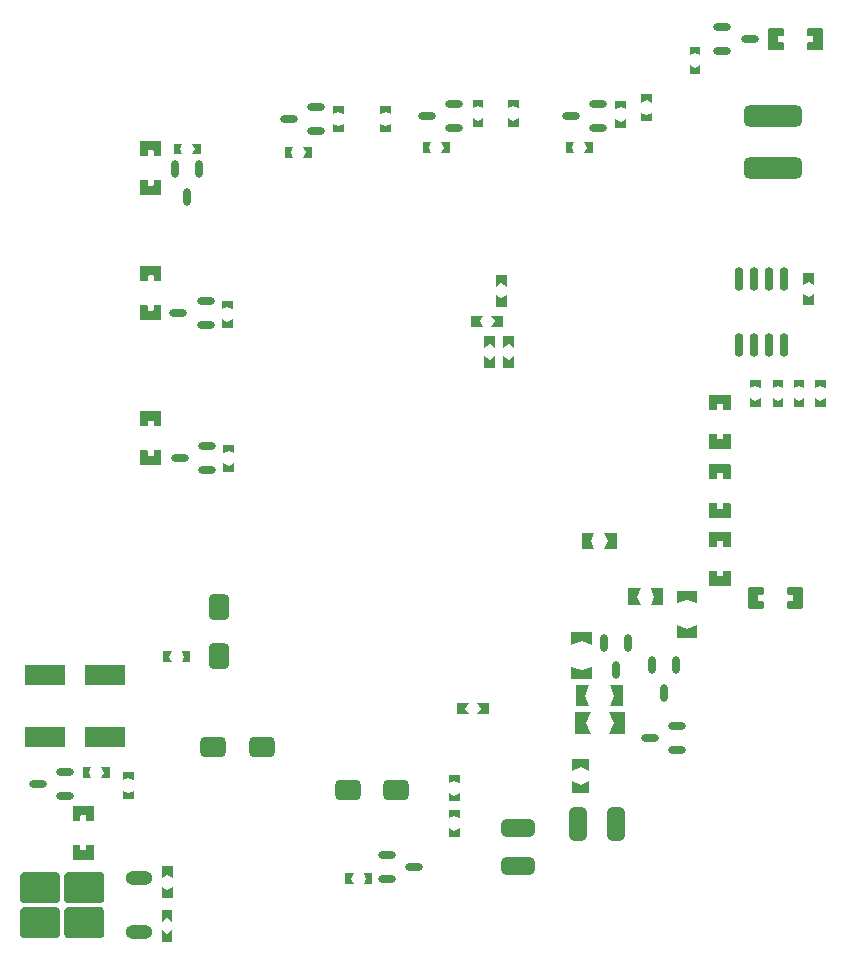
<source format=gbp>
G04*
G04 #@! TF.GenerationSoftware,Altium Limited,Altium Designer,19.1.9 (167)*
G04*
G04 Layer_Color=128*
%FSLAX24Y24*%
%MOIN*%
G70*
G01*
G75*
%ADD24O,0.0281X0.0591*%
%ADD29O,0.0591X0.0281*%
G04:AMPARAMS|DCode=30|XSize=86.6mil|YSize=68.9mil|CornerRadius=17.2mil|HoleSize=0mil|Usage=FLASHONLY|Rotation=0.000|XOffset=0mil|YOffset=0mil|HoleType=Round|Shape=RoundedRectangle|*
%AMROUNDEDRECTD30*
21,1,0.0866,0.0344,0,0,0.0*
21,1,0.0522,0.0689,0,0,0.0*
1,1,0.0344,0.0261,-0.0172*
1,1,0.0344,-0.0261,-0.0172*
1,1,0.0344,-0.0261,0.0172*
1,1,0.0344,0.0261,0.0172*
%
%ADD30ROUNDEDRECTD30*%
%ADD31O,0.0295X0.0800*%
%ADD39O,0.0906X0.0454*%
G04:AMPARAMS|DCode=147|XSize=194.9mil|YSize=70.9mil|CornerRadius=17.7mil|HoleSize=0mil|Usage=FLASHONLY|Rotation=180.000|XOffset=0mil|YOffset=0mil|HoleType=Round|Shape=RoundedRectangle|*
%AMROUNDEDRECTD147*
21,1,0.1949,0.0354,0,0,180.0*
21,1,0.1594,0.0709,0,0,180.0*
1,1,0.0354,-0.0797,0.0177*
1,1,0.0354,0.0797,0.0177*
1,1,0.0354,0.0797,-0.0177*
1,1,0.0354,-0.0797,-0.0177*
%
%ADD147ROUNDEDRECTD147*%
G04:AMPARAMS|DCode=148|XSize=86.6mil|YSize=68.9mil|CornerRadius=17.2mil|HoleSize=0mil|Usage=FLASHONLY|Rotation=90.000|XOffset=0mil|YOffset=0mil|HoleType=Round|Shape=RoundedRectangle|*
%AMROUNDEDRECTD148*
21,1,0.0866,0.0344,0,0,90.0*
21,1,0.0522,0.0689,0,0,90.0*
1,1,0.0344,0.0172,0.0261*
1,1,0.0344,0.0172,-0.0261*
1,1,0.0344,-0.0172,-0.0261*
1,1,0.0344,-0.0172,0.0261*
%
%ADD148ROUNDEDRECTD148*%
G04:AMPARAMS|DCode=152|XSize=110.2mil|YSize=59.1mil|CornerRadius=14.8mil|HoleSize=0mil|Usage=FLASHONLY|Rotation=270.000|XOffset=0mil|YOffset=0mil|HoleType=Round|Shape=RoundedRectangle|*
%AMROUNDEDRECTD152*
21,1,0.1102,0.0295,0,0,270.0*
21,1,0.0807,0.0591,0,0,270.0*
1,1,0.0295,-0.0148,-0.0404*
1,1,0.0295,-0.0148,0.0404*
1,1,0.0295,0.0148,0.0404*
1,1,0.0295,0.0148,-0.0404*
%
%ADD152ROUNDEDRECTD152*%
G04:AMPARAMS|DCode=153|XSize=110.2mil|YSize=59.1mil|CornerRadius=14.8mil|HoleSize=0mil|Usage=FLASHONLY|Rotation=180.000|XOffset=0mil|YOffset=0mil|HoleType=Round|Shape=RoundedRectangle|*
%AMROUNDEDRECTD153*
21,1,0.1102,0.0295,0,0,180.0*
21,1,0.0807,0.0591,0,0,180.0*
1,1,0.0295,-0.0404,0.0148*
1,1,0.0295,0.0404,0.0148*
1,1,0.0295,0.0404,-0.0148*
1,1,0.0295,-0.0404,-0.0148*
%
%ADD153ROUNDEDRECTD153*%
%ADD154R,0.1339X0.0709*%
G36*
X25509Y23496D02*
X25518Y23475D01*
Y23022D01*
X25509Y23001D01*
X25488Y22993D01*
X25285D01*
X25265Y23001D01*
X25256Y23022D01*
Y23160D01*
X25247Y23181D01*
X25226Y23189D01*
X25089D01*
X25068Y23181D01*
X25059Y23160D01*
Y23022D01*
X25050Y23001D01*
X25030Y22993D01*
X24827D01*
X24806Y23001D01*
X24797Y23022D01*
Y23475D01*
X24806Y23496D01*
X24827Y23504D01*
X25488D01*
X25509Y23496D01*
D02*
G37*
G36*
X44485Y22747D02*
X44494Y22726D01*
Y22273D01*
X44485Y22252D01*
X44465Y22244D01*
X43803D01*
X43782Y22252D01*
X43774Y22273D01*
Y22726D01*
X43782Y22747D01*
X43803Y22756D01*
X44006D01*
X44027Y22747D01*
X44035Y22726D01*
Y22588D01*
X44044Y22567D01*
X44065Y22559D01*
X44203D01*
X44224Y22567D01*
X44232Y22588D01*
Y22726D01*
X44241Y22747D01*
X44262Y22756D01*
X44465D01*
X44485Y22747D01*
D02*
G37*
G36*
X27933Y22096D02*
X27756Y22175D01*
X27579Y22096D01*
Y22372D01*
X27933D01*
Y22096D01*
D02*
G37*
G36*
X25509Y22196D02*
X25518Y22175D01*
Y21722D01*
X25509Y21701D01*
X25488Y21693D01*
X24827D01*
X24806Y21701D01*
X24797Y21722D01*
Y22175D01*
X24806Y22196D01*
X24827Y22204D01*
X25030D01*
X25050Y22196D01*
X25059Y22175D01*
Y22037D01*
X25068Y22016D01*
X25089Y22007D01*
X25226D01*
X25247Y22016D01*
X25256Y22037D01*
Y22175D01*
X25265Y22196D01*
X25285Y22204D01*
X25488D01*
X25509Y22196D01*
D02*
G37*
G36*
X27933Y21486D02*
X27579D01*
Y21762D01*
X27756Y21683D01*
X27933Y21762D01*
Y21486D01*
D02*
G37*
G36*
X44485Y21743D02*
X44494Y21722D01*
Y21270D01*
X44485Y21249D01*
X44465Y21240D01*
X44262D01*
X44241Y21249D01*
X44232Y21270D01*
Y21407D01*
X44224Y21428D01*
X44203Y21437D01*
X44065D01*
X44044Y21428D01*
X44035Y21407D01*
Y21270D01*
X44027Y21249D01*
X44006Y21240D01*
X43803D01*
X43782Y21249D01*
X43774Y21270D01*
Y21722D01*
X43782Y21743D01*
X43803Y21752D01*
X44465D01*
X44485Y21743D01*
D02*
G37*
G36*
Y20443D02*
X44494Y20422D01*
Y19970D01*
X44485Y19949D01*
X44465Y19940D01*
X43803D01*
X43782Y19949D01*
X43774Y19970D01*
Y20422D01*
X43782Y20443D01*
X43803Y20452D01*
X44006D01*
X44027Y20443D01*
X44035Y20422D01*
Y20285D01*
X44044Y20264D01*
X44065Y20255D01*
X44203D01*
X44224Y20264D01*
X44232Y20285D01*
Y20422D01*
X44241Y20443D01*
X44262Y20452D01*
X44465D01*
X44485Y20443D01*
D02*
G37*
G36*
Y19480D02*
X44494Y19459D01*
Y19006D01*
X44485Y18985D01*
X44465Y18977D01*
X44262D01*
X44241Y18985D01*
X44232Y19006D01*
Y19144D01*
X44224Y19165D01*
X44203Y19174D01*
X44065D01*
X44044Y19165D01*
X44035Y19144D01*
Y19006D01*
X44027Y18985D01*
X44006Y18977D01*
X43803D01*
X43782Y18985D01*
X43774Y19006D01*
Y19459D01*
X43782Y19480D01*
X43803Y19489D01*
X44465D01*
X44485Y19480D01*
D02*
G37*
G36*
X40699Y18898D02*
X40285D01*
X40413Y19173D01*
X40285Y19449D01*
X40699D01*
Y18898D01*
D02*
G37*
G36*
X39823Y19173D02*
X39951Y18898D01*
X39537D01*
Y19449D01*
X39951D01*
X39823Y19173D01*
D02*
G37*
G36*
X44485Y18180D02*
X44494Y18159D01*
Y17706D01*
X44485Y17685D01*
X44465Y17677D01*
X43803D01*
X43782Y17685D01*
X43774Y17706D01*
Y18159D01*
X43782Y18180D01*
X43803Y18189D01*
X44006D01*
X44027Y18180D01*
X44035Y18159D01*
Y18021D01*
X44044Y18000D01*
X44065Y17992D01*
X44203D01*
X44224Y18000D01*
X44232Y18021D01*
Y18159D01*
X44241Y18180D01*
X44262Y18189D01*
X44465D01*
X44485Y18180D01*
D02*
G37*
G36*
X43376Y17096D02*
X43032Y17215D01*
X42687Y17096D01*
Y17510D01*
X43376D01*
Y17096D01*
D02*
G37*
G36*
X42234Y17047D02*
X41821D01*
X41949Y17323D01*
X41821Y17598D01*
X42234D01*
Y17047D01*
D02*
G37*
G36*
X41358Y17323D02*
X41486Y17047D01*
X41073D01*
Y17598D01*
X41486D01*
X41358Y17323D01*
D02*
G37*
G36*
X46882Y17635D02*
X46890Y17614D01*
Y16953D01*
X46882Y16932D01*
X46861Y16923D01*
X46408D01*
X46387Y16932D01*
X46378Y16953D01*
Y17156D01*
X46387Y17176D01*
X46408Y17185D01*
X46546D01*
X46567Y17194D01*
X46575Y17215D01*
Y17352D01*
X46567Y17373D01*
X46546Y17382D01*
X46408D01*
X46387Y17391D01*
X46378Y17411D01*
Y17614D01*
X46387Y17635D01*
X46408Y17644D01*
X46861D01*
X46882Y17635D01*
D02*
G37*
G36*
X45582D02*
X45590Y17614D01*
Y17411D01*
X45582Y17391D01*
X45561Y17382D01*
X45423D01*
X45402Y17373D01*
X45393Y17352D01*
Y17215D01*
X45402Y17194D01*
X45423Y17185D01*
X45561D01*
X45582Y17176D01*
X45590Y17156D01*
Y16953D01*
X45582Y16932D01*
X45561Y16923D01*
X45108D01*
X45087Y16932D01*
X45078Y16953D01*
Y17614D01*
X45087Y17635D01*
X45108Y17644D01*
X45561D01*
X45582Y17635D01*
D02*
G37*
G36*
X43376Y15955D02*
X42687D01*
Y16368D01*
X43032Y16250D01*
X43376Y16368D01*
Y15955D01*
D02*
G37*
G36*
X39872Y15718D02*
X39528Y15837D01*
X39183Y15718D01*
Y16132D01*
X39872D01*
Y15718D01*
D02*
G37*
G36*
X26467Y15138D02*
X26191D01*
X26270Y15315D01*
X26191Y15492D01*
X26467D01*
Y15138D01*
D02*
G37*
G36*
X25778Y15315D02*
X25857Y15138D01*
X25581D01*
Y15492D01*
X25857D01*
X25778Y15315D01*
D02*
G37*
G36*
X39872Y14577D02*
X39183D01*
Y14990D01*
X39528Y14872D01*
X39872Y14990D01*
Y14577D01*
D02*
G37*
G36*
X40896Y13671D02*
X40482D01*
X40600Y14016D01*
X40482Y14360D01*
X40896D01*
Y13671D01*
D02*
G37*
G36*
X39636Y14016D02*
X39754Y13671D01*
X39341D01*
Y14360D01*
X39754D01*
X39636Y14016D01*
D02*
G37*
G36*
X36437Y13406D02*
X36043D01*
X36161Y13583D01*
X36043Y13760D01*
X36437D01*
Y13406D01*
D02*
G37*
G36*
X35650Y13583D02*
X35768Y13406D01*
X35374D01*
Y13760D01*
X35768D01*
X35650Y13583D01*
D02*
G37*
G36*
X40984Y12756D02*
X40433D01*
X40591Y13110D01*
X40433Y13465D01*
X40984D01*
Y12756D01*
D02*
G37*
G36*
X39685Y13110D02*
X39843Y12756D01*
X39291D01*
Y13465D01*
X39843D01*
X39685Y13110D01*
D02*
G37*
G36*
X39764Y11506D02*
X39488Y11634D01*
X39213Y11506D01*
Y11919D01*
X39764D01*
Y11506D01*
D02*
G37*
G36*
X23789Y11280D02*
X23514D01*
X23593Y11457D01*
X23514Y11634D01*
X23789D01*
Y11280D01*
D02*
G37*
G36*
X23101Y11457D02*
X23179Y11280D01*
X22904D01*
Y11634D01*
X23179D01*
X23101Y11457D01*
D02*
G37*
G36*
X24587Y11191D02*
X24409Y11269D01*
X24232Y11191D01*
Y11466D01*
X24587D01*
Y11191D01*
D02*
G37*
G36*
X35453Y11102D02*
X35276Y11181D01*
X35098Y11102D01*
Y11378D01*
X35453D01*
Y11102D01*
D02*
G37*
G36*
X39764Y10758D02*
X39213D01*
Y11171D01*
X39488Y11043D01*
X39764Y11171D01*
Y10758D01*
D02*
G37*
G36*
X24587Y10581D02*
X24232D01*
Y10856D01*
X24409Y10778D01*
X24587Y10856D01*
Y10581D01*
D02*
G37*
G36*
X35453Y10492D02*
X35098D01*
Y10768D01*
X35276Y10689D01*
X35453Y10768D01*
Y10492D01*
D02*
G37*
G36*
Y9931D02*
X35276Y10010D01*
X35098Y9931D01*
Y10206D01*
X35453D01*
Y9931D01*
D02*
G37*
G36*
X23265Y10346D02*
X23274Y10325D01*
Y9872D01*
X23265Y9852D01*
X23244Y9843D01*
X23041D01*
X23020Y9852D01*
X23012Y9872D01*
Y10010D01*
X23003Y10031D01*
X22982Y10040D01*
X22844D01*
X22824Y10031D01*
X22815Y10010D01*
Y9872D01*
X22806Y9852D01*
X22785Y9843D01*
X22583D01*
X22562Y9852D01*
X22553Y9872D01*
Y10325D01*
X22562Y10346D01*
X22583Y10355D01*
X23244D01*
X23265Y10346D01*
D02*
G37*
G36*
X35453Y9321D02*
X35098D01*
Y9596D01*
X35276Y9518D01*
X35453Y9596D01*
Y9321D01*
D02*
G37*
G36*
X23265Y9046D02*
X23274Y9025D01*
Y8572D01*
X23265Y8552D01*
X23244Y8543D01*
X22583D01*
X22562Y8552D01*
X22553Y8572D01*
Y9025D01*
X22562Y9046D01*
X22583Y9055D01*
X22785D01*
X22806Y9046D01*
X22815Y9025D01*
Y8887D01*
X22824Y8867D01*
X22844Y8858D01*
X22982D01*
X23003Y8867D01*
X23012Y8887D01*
Y9025D01*
X23020Y9046D01*
X23041Y9055D01*
X23244D01*
X23265Y9046D01*
D02*
G37*
G36*
X22392Y8132D02*
X23491Y8132D01*
X23491Y8132D01*
X23503Y8132D01*
X23524Y8128D01*
X23545Y8119D01*
X23563Y8107D01*
X23571Y8099D01*
X23571Y8099D01*
X23579Y8091D01*
X23590Y8074D01*
X23598Y8055D01*
X23602Y8034D01*
Y8024D01*
X23602Y7229D01*
X23602D01*
X23603Y7207D01*
X23587Y7167D01*
X23557Y7136D01*
X23517Y7118D01*
X23495Y7118D01*
X22395Y7118D01*
X22395Y7118D01*
X22373Y7118D01*
X22332Y7134D01*
X22301Y7164D01*
X22284Y7204D01*
X22283Y7226D01*
X22283Y8023D01*
X22284Y8023D01*
X22284Y8045D01*
X22300Y8085D01*
X22331Y8115D01*
X22371Y8132D01*
X22392Y8132D01*
D02*
G37*
G36*
X20916D02*
X22015Y8132D01*
X22015Y8132D01*
X22027Y8132D01*
X22048Y8128D01*
X22069Y8119D01*
X22087Y8107D01*
X22095Y8099D01*
X22095Y8099D01*
X22103Y8091D01*
X22114Y8074D01*
X22122Y8055D01*
X22126Y8034D01*
Y8024D01*
X22126Y7229D01*
X22126D01*
X22127Y7207D01*
X22111Y7167D01*
X22081Y7136D01*
X22041Y7118D01*
X22019Y7118D01*
X20919Y7118D01*
X20919Y7118D01*
X20897Y7118D01*
X20856Y7134D01*
X20825Y7164D01*
X20808Y7204D01*
X20807Y7226D01*
X20807Y8023D01*
X20807Y8023D01*
X20807Y8045D01*
X20824Y8085D01*
X20855Y8115D01*
X20895Y8132D01*
X20916Y8132D01*
D02*
G37*
G36*
X25886Y7933D02*
X25709Y8051D01*
X25531Y7933D01*
Y8327D01*
X25886D01*
Y7933D01*
D02*
G37*
G36*
X32529Y7736D02*
X32254D01*
X32332Y7913D01*
X32254Y8091D01*
X32529D01*
Y7736D01*
D02*
G37*
G36*
X31841Y7913D02*
X31919Y7736D01*
X31644D01*
Y8091D01*
X31919D01*
X31841Y7913D01*
D02*
G37*
G36*
X25886Y7264D02*
X25531D01*
Y7657D01*
X25709Y7539D01*
X25886Y7657D01*
Y7264D01*
D02*
G37*
G36*
X20916Y6961D02*
X22015Y6961D01*
X22015Y6961D01*
X22027Y6961D01*
X22048Y6957D01*
X22069Y6948D01*
X22087Y6936D01*
X22095Y6928D01*
X22095Y6928D01*
X22103Y6921D01*
X22114Y6903D01*
X22122Y6884D01*
X22126Y6864D01*
Y6853D01*
X22126Y6059D01*
X22126D01*
X22127Y6037D01*
X22111Y5996D01*
X22081Y5965D01*
X22041Y5948D01*
X22019Y5948D01*
X20919Y5948D01*
X20919Y5948D01*
X20897Y5947D01*
X20856Y5963D01*
X20825Y5994D01*
X20808Y6034D01*
X20807Y6055D01*
X20807Y6853D01*
X20807Y6853D01*
X20807Y6874D01*
X20824Y6914D01*
X20855Y6945D01*
X20895Y6961D01*
X20916Y6961D01*
D02*
G37*
G36*
X25885Y6476D02*
X25708Y6594D01*
X25531Y6476D01*
Y6870D01*
X25885D01*
Y6476D01*
D02*
G37*
G36*
Y5807D02*
X25531D01*
Y6201D01*
X25708Y6083D01*
X25885Y6201D01*
Y5807D01*
D02*
G37*
G36*
X23554Y6945D02*
X23585Y6915D01*
X23602Y6875D01*
X23603Y6853D01*
X23603Y6056D01*
X23603Y6056D01*
X23603Y6034D01*
X23586Y5994D01*
X23556Y5964D01*
X23516Y5947D01*
X23494Y5947D01*
X22395Y5947D01*
X22395Y5947D01*
X22384Y5947D01*
X22362Y5952D01*
X22341Y5960D01*
X22323Y5972D01*
X22315Y5980D01*
X22315Y5980D01*
X22308Y5988D01*
X22296Y6005D01*
X22288Y6024D01*
X22284Y6045D01*
Y6055D01*
X22284Y6850D01*
Y6850D01*
X22283Y6872D01*
X22299Y6912D01*
X22330Y6943D01*
X22370Y6961D01*
X22391Y6961D01*
X23492D01*
X23514Y6961D01*
X23554Y6945D01*
D02*
G37*
G36*
X47551Y36257D02*
X47559Y36236D01*
Y35575D01*
X47551Y35554D01*
X47530Y35545D01*
X47077D01*
X47056Y35554D01*
X47048Y35575D01*
Y35778D01*
X47056Y35798D01*
X47077Y35807D01*
X47215D01*
X47236Y35816D01*
X47244Y35837D01*
Y35974D01*
X47236Y35995D01*
X47215Y36004D01*
X47077D01*
X47056Y36013D01*
X47048Y36033D01*
Y36236D01*
X47056Y36257D01*
X47077Y36266D01*
X47530D01*
X47551Y36257D01*
D02*
G37*
G36*
X46251D02*
X46259Y36236D01*
Y36033D01*
X46251Y36013D01*
X46230Y36004D01*
X46092D01*
X46071Y35995D01*
X46063Y35974D01*
Y35837D01*
X46071Y35816D01*
X46092Y35807D01*
X46230D01*
X46251Y35798D01*
X46259Y35778D01*
Y35575D01*
X46251Y35554D01*
X46230Y35545D01*
X45777D01*
X45756Y35554D01*
X45748Y35575D01*
Y36236D01*
X45756Y36257D01*
X45777Y36266D01*
X46230D01*
X46251Y36257D01*
D02*
G37*
G36*
X43484Y35364D02*
X43307Y35443D01*
X43130Y35364D01*
Y35640D01*
X43484D01*
Y35364D01*
D02*
G37*
G36*
Y34754D02*
X43130D01*
Y35030D01*
X43307Y34951D01*
X43484Y35030D01*
Y34754D01*
D02*
G37*
G36*
X41870Y33789D02*
X41693Y33868D01*
X41516Y33789D01*
Y34065D01*
X41870D01*
Y33789D01*
D02*
G37*
G36*
X37421Y33593D02*
X37244Y33671D01*
X37067Y33593D01*
Y33868D01*
X37421D01*
Y33593D01*
D02*
G37*
G36*
X36240D02*
X36063Y33671D01*
X35886Y33593D01*
Y33868D01*
X36240D01*
Y33593D01*
D02*
G37*
G36*
X41004Y33563D02*
X40827Y33642D01*
X40650Y33563D01*
Y33839D01*
X41004D01*
Y33563D01*
D02*
G37*
G36*
X33169Y33406D02*
X32992Y33484D01*
X32815Y33406D01*
Y33681D01*
X33169D01*
Y33406D01*
D02*
G37*
G36*
X31594D02*
X31417Y33484D01*
X31240Y33406D01*
Y33681D01*
X31594D01*
Y33406D01*
D02*
G37*
G36*
X41870Y33179D02*
X41516D01*
Y33455D01*
X41693Y33376D01*
X41870Y33455D01*
Y33179D01*
D02*
G37*
G36*
X37421Y32983D02*
X37067D01*
Y33258D01*
X37244Y33179D01*
X37421Y33258D01*
Y32983D01*
D02*
G37*
G36*
X36240D02*
X35886D01*
Y33258D01*
X36063Y33179D01*
X36240Y33258D01*
Y32983D01*
D02*
G37*
G36*
X41004Y32953D02*
X40650D01*
Y33229D01*
X40827Y33150D01*
X41004Y33229D01*
Y32953D01*
D02*
G37*
G36*
X33169Y32796D02*
X32815D01*
Y33071D01*
X32992Y32992D01*
X33169Y33071D01*
Y32796D01*
D02*
G37*
G36*
X31594D02*
X31240D01*
Y33071D01*
X31417Y32992D01*
X31594Y33071D01*
Y32796D01*
D02*
G37*
G36*
X39892Y32106D02*
X39616D01*
X39695Y32283D01*
X39616Y32461D01*
X39892D01*
Y32106D01*
D02*
G37*
G36*
X39203Y32283D02*
X39281Y32106D01*
X39006D01*
Y32461D01*
X39281D01*
X39203Y32283D01*
D02*
G37*
G36*
X35128Y32106D02*
X34852D01*
X34931Y32283D01*
X34852Y32461D01*
X35128D01*
Y32106D01*
D02*
G37*
G36*
X34439Y32283D02*
X34518Y32106D01*
X34242D01*
Y32461D01*
X34518D01*
X34439Y32283D01*
D02*
G37*
G36*
X26821Y32067D02*
X26545D01*
X26624Y32244D01*
X26545Y32421D01*
X26821D01*
Y32067D01*
D02*
G37*
G36*
X26132Y32244D02*
X26211Y32067D01*
X25935D01*
Y32421D01*
X26211D01*
X26132Y32244D01*
D02*
G37*
G36*
X25509Y32511D02*
X25518Y32491D01*
Y32038D01*
X25509Y32017D01*
X25488Y32008D01*
X25285D01*
X25265Y32017D01*
X25256Y32038D01*
Y32176D01*
X25247Y32196D01*
X25226Y32205D01*
X25089D01*
X25068Y32196D01*
X25059Y32176D01*
Y32038D01*
X25050Y32017D01*
X25030Y32008D01*
X24827D01*
X24806Y32017D01*
X24797Y32038D01*
Y32491D01*
X24806Y32511D01*
X24827Y32520D01*
X25488D01*
X25509Y32511D01*
D02*
G37*
G36*
X30521Y31949D02*
X30246D01*
X30325Y32126D01*
X30246Y32303D01*
X30521D01*
Y31949D01*
D02*
G37*
G36*
X29833Y32126D02*
X29911Y31949D01*
X29636D01*
Y32303D01*
X29911D01*
X29833Y32126D01*
D02*
G37*
G36*
X25509Y31211D02*
X25518Y31191D01*
Y30738D01*
X25509Y30717D01*
X25488Y30708D01*
X24827D01*
X24806Y30717D01*
X24797Y30738D01*
Y31191D01*
X24806Y31211D01*
X24827Y31220D01*
X25030D01*
X25050Y31211D01*
X25059Y31191D01*
Y31053D01*
X25068Y31032D01*
X25089Y31023D01*
X25226D01*
X25247Y31032D01*
X25256Y31053D01*
Y31191D01*
X25265Y31211D01*
X25285Y31220D01*
X25488D01*
X25509Y31211D01*
D02*
G37*
G36*
Y28338D02*
X25518Y28317D01*
Y27865D01*
X25509Y27844D01*
X25488Y27835D01*
X25285D01*
X25265Y27844D01*
X25256Y27865D01*
Y28002D01*
X25247Y28023D01*
X25226Y28032D01*
X25089D01*
X25068Y28023D01*
X25059Y28002D01*
Y27865D01*
X25050Y27844D01*
X25030Y27835D01*
X24827D01*
X24806Y27844D01*
X24797Y27865D01*
Y28317D01*
X24806Y28338D01*
X24827Y28347D01*
X25488D01*
X25509Y28338D01*
D02*
G37*
G36*
X47264Y27697D02*
X47087Y27815D01*
X46909Y27697D01*
Y28091D01*
X47264D01*
Y27697D01*
D02*
G37*
G36*
X37028Y27657D02*
X36850Y27776D01*
X36673Y27657D01*
Y28051D01*
X37028D01*
Y27657D01*
D02*
G37*
G36*
X47264Y27028D02*
X46909D01*
Y27421D01*
X47087Y27303D01*
X47264Y27421D01*
Y27028D01*
D02*
G37*
G36*
X37028Y26988D02*
X36673D01*
Y27382D01*
X36850Y27264D01*
X37028Y27382D01*
Y26988D01*
D02*
G37*
G36*
X27894Y26900D02*
X27717Y26978D01*
X27539Y26900D01*
Y27175D01*
X27894D01*
Y26900D01*
D02*
G37*
G36*
X25509Y27038D02*
X25518Y27017D01*
Y26565D01*
X25509Y26544D01*
X25488Y26535D01*
X24827D01*
X24806Y26544D01*
X24797Y26565D01*
Y27017D01*
X24806Y27038D01*
X24827Y27047D01*
X25030D01*
X25050Y27038D01*
X25059Y27017D01*
Y26880D01*
X25068Y26859D01*
X25089Y26850D01*
X25226D01*
X25247Y26859D01*
X25256Y26880D01*
Y27017D01*
X25265Y27038D01*
X25285Y27047D01*
X25488D01*
X25509Y27038D01*
D02*
G37*
G36*
X27894Y26290D02*
X27539D01*
Y26565D01*
X27717Y26486D01*
X27894Y26565D01*
Y26290D01*
D02*
G37*
G36*
X36909Y26319D02*
X36516D01*
X36634Y26496D01*
X36516Y26673D01*
X36909D01*
Y26319D01*
D02*
G37*
G36*
X36122Y26496D02*
X36240Y26319D01*
X35846D01*
Y26673D01*
X36240D01*
X36122Y26496D01*
D02*
G37*
G36*
X37264Y25610D02*
X37087Y25728D01*
X36909Y25610D01*
Y26004D01*
X37264D01*
Y25610D01*
D02*
G37*
G36*
X36634D02*
X36457Y25728D01*
X36280Y25610D01*
Y26004D01*
X36634D01*
Y25610D01*
D02*
G37*
G36*
X37264Y24941D02*
X36909D01*
Y25335D01*
X37087Y25217D01*
X37264Y25335D01*
Y24941D01*
D02*
G37*
G36*
X36634D02*
X36280D01*
Y25335D01*
X36457Y25217D01*
X36634Y25335D01*
Y24941D01*
D02*
G37*
G36*
X47657Y24262D02*
X47480Y24341D01*
X47303Y24262D01*
Y24537D01*
X47657D01*
Y24262D01*
D02*
G37*
G36*
X46949D02*
X46772Y24341D01*
X46594Y24262D01*
Y24537D01*
X46949D01*
Y24262D01*
D02*
G37*
G36*
X46240D02*
X46063Y24341D01*
X45886Y24262D01*
Y24537D01*
X46240D01*
Y24262D01*
D02*
G37*
G36*
X45492D02*
X45315Y24341D01*
X45138Y24262D01*
Y24537D01*
X45492D01*
Y24262D01*
D02*
G37*
G36*
X47657Y23652D02*
X47303D01*
Y23927D01*
X47480Y23849D01*
X47657Y23927D01*
Y23652D01*
D02*
G37*
G36*
X46949D02*
X46594D01*
Y23927D01*
X46772Y23849D01*
X46949Y23927D01*
Y23652D01*
D02*
G37*
G36*
X46240D02*
X45886D01*
Y23927D01*
X46063Y23849D01*
X46240Y23927D01*
Y23652D01*
D02*
G37*
G36*
X45492D02*
X45138D01*
Y23927D01*
X45315Y23849D01*
X45492Y23927D01*
Y23652D01*
D02*
G37*
G36*
X44485Y24047D02*
X44494Y24026D01*
Y23573D01*
X44485Y23552D01*
X44465Y23544D01*
X44262D01*
X44241Y23552D01*
X44232Y23573D01*
Y23711D01*
X44224Y23732D01*
X44203Y23741D01*
X44065D01*
X44044Y23732D01*
X44035Y23711D01*
Y23573D01*
X44027Y23552D01*
X44006Y23544D01*
X43803D01*
X43782Y23552D01*
X43774Y23573D01*
Y24026D01*
X43782Y24047D01*
X43803Y24056D01*
X44465D01*
X44485Y24047D01*
D02*
G37*
D24*
X40256Y15773D02*
D03*
X41056D02*
D03*
X40656Y14863D02*
D03*
X41870Y15025D02*
D03*
X42670D02*
D03*
X42270Y14115D02*
D03*
X25965Y31560D02*
D03*
X26765D02*
D03*
X26365Y30650D02*
D03*
D29*
X30674Y33628D02*
D03*
Y32828D02*
D03*
X29764Y33228D02*
D03*
X35276Y33740D02*
D03*
Y32940D02*
D03*
X34366Y33340D02*
D03*
X40064Y33740D02*
D03*
Y32940D02*
D03*
X39154Y33340D02*
D03*
X44213Y35512D02*
D03*
Y36312D02*
D03*
X45123Y35912D02*
D03*
X42702Y13012D02*
D03*
Y12212D02*
D03*
X41792Y12612D02*
D03*
X33031Y7913D02*
D03*
Y8713D02*
D03*
X33942Y8313D02*
D03*
X27032Y22343D02*
D03*
Y21543D02*
D03*
X26122Y21943D02*
D03*
X26993Y27185D02*
D03*
Y26385D02*
D03*
X26083Y26785D02*
D03*
X21398Y11076D02*
D03*
X22308Y10676D02*
D03*
Y11476D02*
D03*
D30*
X27244Y12323D02*
D03*
X28858D02*
D03*
X33346Y10866D02*
D03*
X31732D02*
D03*
D31*
X45276Y27909D02*
D03*
Y25709D02*
D03*
X44776Y27909D02*
D03*
Y25709D02*
D03*
X46276Y27909D02*
D03*
X45776D02*
D03*
Y25709D02*
D03*
X46276D02*
D03*
D39*
X24764Y7937D02*
D03*
Y6142D02*
D03*
D147*
X45906Y31614D02*
D03*
Y33346D02*
D03*
D148*
X27441Y15354D02*
D03*
Y16969D02*
D03*
D152*
X39409Y9724D02*
D03*
X40669D02*
D03*
D153*
X37402Y9606D02*
D03*
Y8346D02*
D03*
D154*
X21644Y14695D02*
D03*
Y12648D02*
D03*
X23652Y14695D02*
D03*
Y12648D02*
D03*
M02*

</source>
